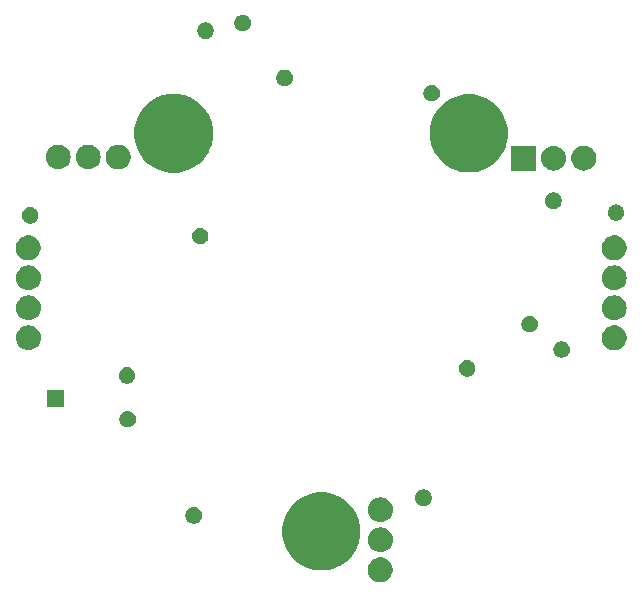
<source format=gbr>
G04 #@! TF.GenerationSoftware,KiCad,Pcbnew,(5.1.0)-1*
G04 #@! TF.CreationDate,2019-06-21T14:41:16-03:00*
G04 #@! TF.ProjectId,PCB_B,5043425f-422e-46b6-9963-61645f706362,rev?*
G04 #@! TF.SameCoordinates,Original*
G04 #@! TF.FileFunction,Soldermask,Bot*
G04 #@! TF.FilePolarity,Negative*
%FSLAX46Y46*%
G04 Gerber Fmt 4.6, Leading zero omitted, Abs format (unit mm)*
G04 Created by KiCad (PCBNEW (5.1.0)-1) date 2019-06-21 14:41:16*
%MOMM*%
%LPD*%
G04 APERTURE LIST*
%ADD10C,0.100000*%
G04 APERTURE END LIST*
D10*
G36*
X15125528Y-32408889D02*
G01*
X15303115Y-32444212D01*
X15494203Y-32523364D01*
X15666177Y-32638273D01*
X15812430Y-32784526D01*
X15927339Y-32956500D01*
X16006491Y-33147588D01*
X16046841Y-33350446D01*
X16046841Y-33557278D01*
X16006491Y-33760136D01*
X15927339Y-33951224D01*
X15812430Y-34123198D01*
X15666177Y-34269451D01*
X15494203Y-34384360D01*
X15303115Y-34463512D01*
X15125528Y-34498835D01*
X15100258Y-34503862D01*
X14893424Y-34503862D01*
X14868154Y-34498835D01*
X14690567Y-34463512D01*
X14499479Y-34384360D01*
X14327505Y-34269451D01*
X14181252Y-34123198D01*
X14066343Y-33951224D01*
X13987191Y-33760136D01*
X13946841Y-33557278D01*
X13946841Y-33350446D01*
X13987191Y-33147588D01*
X14066343Y-32956500D01*
X14181252Y-32784526D01*
X14327505Y-32638273D01*
X14499479Y-32523364D01*
X14690567Y-32444212D01*
X14868154Y-32408889D01*
X14893424Y-32403862D01*
X15100258Y-32403862D01*
X15125528Y-32408889D01*
X15125528Y-32408889D01*
G37*
G36*
X10643798Y-26963409D02*
G01*
X10962574Y-27026817D01*
X11563136Y-27275578D01*
X12103627Y-27636723D01*
X12563277Y-28096373D01*
X12924422Y-28636864D01*
X13173183Y-29237426D01*
X13300000Y-29874978D01*
X13300000Y-30525022D01*
X13173183Y-31162574D01*
X12924422Y-31763136D01*
X12563277Y-32303627D01*
X12103627Y-32763277D01*
X11563136Y-33124422D01*
X11563135Y-33124423D01*
X11563134Y-33124423D01*
X11507204Y-33147590D01*
X10962574Y-33373183D01*
X10643798Y-33436591D01*
X10325023Y-33500000D01*
X9674977Y-33500000D01*
X9356202Y-33436591D01*
X9037426Y-33373183D01*
X8492796Y-33147590D01*
X8436866Y-33124423D01*
X8436865Y-33124423D01*
X8436864Y-33124422D01*
X7896373Y-32763277D01*
X7436723Y-32303627D01*
X7075578Y-31763136D01*
X6826817Y-31162574D01*
X6700000Y-30525022D01*
X6700000Y-29874978D01*
X6826817Y-29237426D01*
X7075578Y-28636864D01*
X7436723Y-28096373D01*
X7896373Y-27636723D01*
X8436864Y-27275578D01*
X9037426Y-27026817D01*
X9356202Y-26963409D01*
X9674977Y-26900000D01*
X10325023Y-26900000D01*
X10643798Y-26963409D01*
X10643798Y-26963409D01*
G37*
G36*
X15125548Y-29871459D02*
G01*
X15202677Y-29879055D01*
X15400603Y-29939095D01*
X15400606Y-29939096D01*
X15583011Y-30036594D01*
X15742896Y-30167807D01*
X15874109Y-30327692D01*
X15971607Y-30510097D01*
X15971608Y-30510100D01*
X16031648Y-30708026D01*
X16051921Y-30913862D01*
X16031648Y-31119698D01*
X15971608Y-31317624D01*
X15971607Y-31317627D01*
X15874109Y-31500032D01*
X15742896Y-31659917D01*
X15583011Y-31791130D01*
X15400606Y-31888628D01*
X15400603Y-31888629D01*
X15202677Y-31948669D01*
X15125548Y-31956265D01*
X15048421Y-31963862D01*
X14945261Y-31963862D01*
X14868134Y-31956265D01*
X14791005Y-31948669D01*
X14593079Y-31888629D01*
X14593076Y-31888628D01*
X14410671Y-31791130D01*
X14250786Y-31659917D01*
X14119573Y-31500032D01*
X14022075Y-31317627D01*
X14022074Y-31317624D01*
X13962034Y-31119698D01*
X13941761Y-30913862D01*
X13962034Y-30708026D01*
X14022074Y-30510100D01*
X14022075Y-30510097D01*
X14119573Y-30327692D01*
X14250786Y-30167807D01*
X14410671Y-30036594D01*
X14593076Y-29939096D01*
X14593079Y-29939095D01*
X14791005Y-29879055D01*
X14868134Y-29871459D01*
X14945261Y-29863862D01*
X15048421Y-29863862D01*
X15125548Y-29871459D01*
X15125548Y-29871459D01*
G37*
G36*
X-595818Y-28176900D02*
G01*
X-468427Y-28229667D01*
X-468426Y-28229668D01*
X-353776Y-28306274D01*
X-256274Y-28403776D01*
X-256273Y-28403778D01*
X-179667Y-28518427D01*
X-126900Y-28645818D01*
X-100000Y-28781055D01*
X-100000Y-28918945D01*
X-126900Y-29054182D01*
X-179667Y-29181573D01*
X-179668Y-29181574D01*
X-256274Y-29296224D01*
X-353776Y-29393726D01*
X-376140Y-29408669D01*
X-468427Y-29470333D01*
X-595818Y-29523100D01*
X-731055Y-29550000D01*
X-868945Y-29550000D01*
X-1004182Y-29523100D01*
X-1131573Y-29470333D01*
X-1223860Y-29408669D01*
X-1246224Y-29393726D01*
X-1343726Y-29296224D01*
X-1420332Y-29181574D01*
X-1420333Y-29181573D01*
X-1473100Y-29054182D01*
X-1500000Y-28918945D01*
X-1500000Y-28781055D01*
X-1473100Y-28645818D01*
X-1420333Y-28518427D01*
X-1343727Y-28403778D01*
X-1343726Y-28403776D01*
X-1246224Y-28306274D01*
X-1131574Y-28229668D01*
X-1131573Y-28229667D01*
X-1004182Y-28176900D01*
X-868945Y-28150000D01*
X-731055Y-28150000D01*
X-595818Y-28176900D01*
X-595818Y-28176900D01*
G37*
G36*
X15125548Y-27331459D02*
G01*
X15202677Y-27339055D01*
X15400603Y-27399095D01*
X15400606Y-27399096D01*
X15583011Y-27496594D01*
X15742896Y-27627807D01*
X15874109Y-27787692D01*
X15971607Y-27970097D01*
X15971608Y-27970100D01*
X16031648Y-28168026D01*
X16051921Y-28373862D01*
X16031648Y-28579698D01*
X15971608Y-28777624D01*
X15971607Y-28777627D01*
X15874109Y-28960032D01*
X15742896Y-29119917D01*
X15583011Y-29251130D01*
X15400606Y-29348628D01*
X15400603Y-29348629D01*
X15202677Y-29408669D01*
X15125548Y-29416265D01*
X15048421Y-29423862D01*
X14945261Y-29423862D01*
X14868134Y-29416265D01*
X14791005Y-29408669D01*
X14593079Y-29348629D01*
X14593076Y-29348628D01*
X14410671Y-29251130D01*
X14250786Y-29119917D01*
X14119573Y-28960032D01*
X14022075Y-28777627D01*
X14022074Y-28777624D01*
X13962034Y-28579698D01*
X13941761Y-28373862D01*
X13962034Y-28168026D01*
X14022074Y-27970100D01*
X14022075Y-27970097D01*
X14119573Y-27787692D01*
X14250786Y-27627807D01*
X14410671Y-27496594D01*
X14593076Y-27399096D01*
X14593079Y-27399095D01*
X14791005Y-27339055D01*
X14868134Y-27331459D01*
X14945261Y-27323862D01*
X15048421Y-27323862D01*
X15125548Y-27331459D01*
X15125548Y-27331459D01*
G37*
G36*
X18854182Y-26676900D02*
G01*
X18981573Y-26729667D01*
X18981574Y-26729668D01*
X19096224Y-26806274D01*
X19193726Y-26903776D01*
X19193727Y-26903778D01*
X19270333Y-27018427D01*
X19323100Y-27145818D01*
X19350000Y-27281055D01*
X19350000Y-27418945D01*
X19323100Y-27554182D01*
X19270333Y-27681573D01*
X19270332Y-27681574D01*
X19193726Y-27796224D01*
X19096224Y-27893726D01*
X19038510Y-27932289D01*
X18981573Y-27970333D01*
X18854182Y-28023100D01*
X18718945Y-28050000D01*
X18581055Y-28050000D01*
X18445818Y-28023100D01*
X18318427Y-27970333D01*
X18261490Y-27932289D01*
X18203776Y-27893726D01*
X18106274Y-27796224D01*
X18029668Y-27681574D01*
X18029667Y-27681573D01*
X17976900Y-27554182D01*
X17950000Y-27418945D01*
X17950000Y-27281055D01*
X17976900Y-27145818D01*
X18029667Y-27018427D01*
X18106273Y-26903778D01*
X18106274Y-26903776D01*
X18203776Y-26806274D01*
X18318426Y-26729668D01*
X18318427Y-26729667D01*
X18445818Y-26676900D01*
X18581055Y-26650000D01*
X18718945Y-26650000D01*
X18854182Y-26676900D01*
X18854182Y-26676900D01*
G37*
G36*
X-6195818Y-20026900D02*
G01*
X-6068427Y-20079667D01*
X-6068426Y-20079668D01*
X-5953776Y-20156274D01*
X-5856274Y-20253776D01*
X-5856273Y-20253778D01*
X-5779667Y-20368427D01*
X-5726900Y-20495818D01*
X-5700000Y-20631055D01*
X-5700000Y-20768945D01*
X-5726900Y-20904182D01*
X-5779667Y-21031573D01*
X-5779668Y-21031574D01*
X-5856274Y-21146224D01*
X-5953776Y-21243726D01*
X-6011490Y-21282289D01*
X-6068427Y-21320333D01*
X-6195818Y-21373100D01*
X-6331055Y-21400000D01*
X-6468945Y-21400000D01*
X-6604182Y-21373100D01*
X-6731573Y-21320333D01*
X-6788510Y-21282289D01*
X-6846224Y-21243726D01*
X-6943726Y-21146224D01*
X-7020332Y-21031574D01*
X-7020333Y-21031573D01*
X-7073100Y-20904182D01*
X-7100000Y-20768945D01*
X-7100000Y-20631055D01*
X-7073100Y-20495818D01*
X-7020333Y-20368427D01*
X-6943727Y-20253778D01*
X-6943726Y-20253776D01*
X-6846224Y-20156274D01*
X-6731574Y-20079668D01*
X-6731573Y-20079667D01*
X-6604182Y-20026900D01*
X-6468945Y-20000000D01*
X-6331055Y-20000000D01*
X-6195818Y-20026900D01*
X-6195818Y-20026900D01*
G37*
G36*
X-11800000Y-19650000D02*
G01*
X-13200000Y-19650000D01*
X-13200000Y-18250000D01*
X-11800000Y-18250000D01*
X-11800000Y-19650000D01*
X-11800000Y-19650000D01*
G37*
G36*
X-6245818Y-16326900D02*
G01*
X-6118427Y-16379667D01*
X-6118426Y-16379668D01*
X-6003776Y-16456274D01*
X-5906274Y-16553776D01*
X-5906273Y-16553778D01*
X-5829667Y-16668427D01*
X-5776900Y-16795818D01*
X-5750000Y-16931055D01*
X-5750000Y-17068945D01*
X-5776900Y-17204182D01*
X-5829667Y-17331573D01*
X-5829668Y-17331574D01*
X-5906274Y-17446224D01*
X-6003776Y-17543726D01*
X-6061490Y-17582289D01*
X-6118427Y-17620333D01*
X-6245818Y-17673100D01*
X-6381055Y-17700000D01*
X-6518945Y-17700000D01*
X-6654182Y-17673100D01*
X-6781573Y-17620333D01*
X-6838510Y-17582289D01*
X-6896224Y-17543726D01*
X-6993726Y-17446224D01*
X-7070332Y-17331574D01*
X-7070333Y-17331573D01*
X-7123100Y-17204182D01*
X-7150000Y-17068945D01*
X-7150000Y-16931055D01*
X-7123100Y-16795818D01*
X-7070333Y-16668427D01*
X-6993727Y-16553778D01*
X-6993726Y-16553776D01*
X-6896224Y-16456274D01*
X-6781574Y-16379668D01*
X-6781573Y-16379667D01*
X-6654182Y-16326900D01*
X-6518945Y-16300000D01*
X-6381055Y-16300000D01*
X-6245818Y-16326900D01*
X-6245818Y-16326900D01*
G37*
G36*
X22554182Y-15726900D02*
G01*
X22681573Y-15779667D01*
X22681574Y-15779668D01*
X22796224Y-15856274D01*
X22893726Y-15953776D01*
X22893727Y-15953778D01*
X22970333Y-16068427D01*
X23023100Y-16195818D01*
X23050000Y-16331055D01*
X23050000Y-16468945D01*
X23023100Y-16604182D01*
X22970333Y-16731573D01*
X22970332Y-16731574D01*
X22893726Y-16846224D01*
X22796224Y-16943726D01*
X22738510Y-16982289D01*
X22681573Y-17020333D01*
X22554182Y-17073100D01*
X22418945Y-17100000D01*
X22281055Y-17100000D01*
X22145818Y-17073100D01*
X22018427Y-17020333D01*
X21961490Y-16982289D01*
X21903776Y-16943726D01*
X21806274Y-16846224D01*
X21729668Y-16731574D01*
X21729667Y-16731573D01*
X21676900Y-16604182D01*
X21650000Y-16468945D01*
X21650000Y-16331055D01*
X21676900Y-16195818D01*
X21729667Y-16068427D01*
X21806273Y-15953778D01*
X21806274Y-15953776D01*
X21903776Y-15856274D01*
X22018426Y-15779668D01*
X22018427Y-15779667D01*
X22145818Y-15726900D01*
X22281055Y-15700000D01*
X22418945Y-15700000D01*
X22554182Y-15726900D01*
X22554182Y-15726900D01*
G37*
G36*
X30554182Y-14126900D02*
G01*
X30681573Y-14179667D01*
X30681574Y-14179668D01*
X30796224Y-14256274D01*
X30893726Y-14353776D01*
X30922053Y-14396171D01*
X30970333Y-14468427D01*
X31023100Y-14595818D01*
X31050000Y-14731055D01*
X31050000Y-14868945D01*
X31023100Y-15004182D01*
X30970333Y-15131573D01*
X30970332Y-15131574D01*
X30893726Y-15246224D01*
X30796224Y-15343726D01*
X30738510Y-15382289D01*
X30681573Y-15420333D01*
X30554182Y-15473100D01*
X30418945Y-15500000D01*
X30281055Y-15500000D01*
X30145818Y-15473100D01*
X30018427Y-15420333D01*
X29961490Y-15382289D01*
X29903776Y-15343726D01*
X29806274Y-15246224D01*
X29729668Y-15131574D01*
X29729667Y-15131573D01*
X29676900Y-15004182D01*
X29650000Y-14868945D01*
X29650000Y-14731055D01*
X29676900Y-14595818D01*
X29729667Y-14468427D01*
X29777947Y-14396171D01*
X29806274Y-14353776D01*
X29903776Y-14256274D01*
X30018426Y-14179668D01*
X30018427Y-14179667D01*
X30145818Y-14126900D01*
X30281055Y-14100000D01*
X30418945Y-14100000D01*
X30554182Y-14126900D01*
X30554182Y-14126900D01*
G37*
G36*
X-14671293Y-12767596D02*
G01*
X-14594164Y-12775193D01*
X-14396238Y-12835233D01*
X-14396235Y-12835234D01*
X-14213830Y-12932732D01*
X-14053945Y-13063945D01*
X-13922732Y-13223830D01*
X-13825234Y-13406235D01*
X-13825233Y-13406238D01*
X-13765193Y-13604164D01*
X-13744920Y-13810000D01*
X-13765193Y-14015836D01*
X-13814891Y-14179668D01*
X-13825234Y-14213765D01*
X-13922732Y-14396170D01*
X-14053945Y-14556055D01*
X-14213830Y-14687268D01*
X-14396235Y-14784766D01*
X-14396238Y-14784767D01*
X-14594164Y-14844807D01*
X-14671293Y-14852403D01*
X-14748420Y-14860000D01*
X-14851580Y-14860000D01*
X-14928707Y-14852403D01*
X-15005836Y-14844807D01*
X-15203762Y-14784767D01*
X-15203765Y-14784766D01*
X-15386170Y-14687268D01*
X-15546055Y-14556055D01*
X-15677268Y-14396170D01*
X-15774766Y-14213765D01*
X-15785109Y-14179668D01*
X-15834807Y-14015836D01*
X-15855080Y-13810000D01*
X-15834807Y-13604164D01*
X-15774767Y-13406238D01*
X-15774766Y-13406235D01*
X-15677268Y-13223830D01*
X-15546055Y-13063945D01*
X-15386170Y-12932732D01*
X-15203765Y-12835234D01*
X-15203762Y-12835233D01*
X-15005836Y-12775193D01*
X-14928707Y-12767597D01*
X-14851580Y-12760000D01*
X-14748420Y-12760000D01*
X-14671293Y-12767596D01*
X-14671293Y-12767596D01*
G37*
G36*
X34928687Y-12765027D02*
G01*
X35106274Y-12800350D01*
X35297362Y-12879502D01*
X35469336Y-12994411D01*
X35615589Y-13140664D01*
X35730498Y-13312638D01*
X35809650Y-13503726D01*
X35850000Y-13706584D01*
X35850000Y-13913416D01*
X35809650Y-14116274D01*
X35730498Y-14307362D01*
X35615589Y-14479336D01*
X35469336Y-14625589D01*
X35297362Y-14740498D01*
X35106274Y-14819650D01*
X34928687Y-14854973D01*
X34903417Y-14860000D01*
X34696583Y-14860000D01*
X34671313Y-14854973D01*
X34493726Y-14819650D01*
X34302638Y-14740498D01*
X34130664Y-14625589D01*
X33984411Y-14479336D01*
X33869502Y-14307362D01*
X33790350Y-14116274D01*
X33750000Y-13913416D01*
X33750000Y-13706584D01*
X33790350Y-13503726D01*
X33869502Y-13312638D01*
X33984411Y-13140664D01*
X34130664Y-12994411D01*
X34302638Y-12879502D01*
X34493726Y-12800350D01*
X34671313Y-12765027D01*
X34696583Y-12760000D01*
X34903417Y-12760000D01*
X34928687Y-12765027D01*
X34928687Y-12765027D01*
G37*
G36*
X27854182Y-11976900D02*
G01*
X27981573Y-12029667D01*
X27981574Y-12029668D01*
X28096224Y-12106274D01*
X28193726Y-12203776D01*
X28193727Y-12203778D01*
X28270333Y-12318427D01*
X28323100Y-12445818D01*
X28350000Y-12581055D01*
X28350000Y-12718945D01*
X28323100Y-12854182D01*
X28270333Y-12981573D01*
X28270332Y-12981574D01*
X28193726Y-13096224D01*
X28096224Y-13193726D01*
X28051171Y-13223829D01*
X27981573Y-13270333D01*
X27854182Y-13323100D01*
X27718945Y-13350000D01*
X27581055Y-13350000D01*
X27445818Y-13323100D01*
X27318427Y-13270333D01*
X27248829Y-13223829D01*
X27203776Y-13193726D01*
X27106274Y-13096224D01*
X27029668Y-12981574D01*
X27029667Y-12981573D01*
X26976900Y-12854182D01*
X26950000Y-12718945D01*
X26950000Y-12581055D01*
X26976900Y-12445818D01*
X27029667Y-12318427D01*
X27106273Y-12203778D01*
X27106274Y-12203776D01*
X27203776Y-12106274D01*
X27318426Y-12029668D01*
X27318427Y-12029667D01*
X27445818Y-11976900D01*
X27581055Y-11950000D01*
X27718945Y-11950000D01*
X27854182Y-11976900D01*
X27854182Y-11976900D01*
G37*
G36*
X34928707Y-10227597D02*
G01*
X35005836Y-10235193D01*
X35203762Y-10295233D01*
X35203765Y-10295234D01*
X35386170Y-10392732D01*
X35546055Y-10523945D01*
X35677268Y-10683830D01*
X35774766Y-10866235D01*
X35774767Y-10866238D01*
X35834807Y-11064164D01*
X35855080Y-11270000D01*
X35834807Y-11475836D01*
X35774767Y-11673762D01*
X35774766Y-11673765D01*
X35677268Y-11856170D01*
X35546055Y-12016055D01*
X35386170Y-12147268D01*
X35203765Y-12244766D01*
X35203762Y-12244767D01*
X35005836Y-12304807D01*
X34928707Y-12312403D01*
X34851580Y-12320000D01*
X34748420Y-12320000D01*
X34671293Y-12312403D01*
X34594164Y-12304807D01*
X34396238Y-12244767D01*
X34396235Y-12244766D01*
X34213830Y-12147268D01*
X34053945Y-12016055D01*
X33922732Y-11856170D01*
X33825234Y-11673765D01*
X33825233Y-11673762D01*
X33765193Y-11475836D01*
X33744920Y-11270000D01*
X33765193Y-11064164D01*
X33825233Y-10866238D01*
X33825234Y-10866235D01*
X33922732Y-10683830D01*
X34053945Y-10523945D01*
X34213830Y-10392732D01*
X34396235Y-10295234D01*
X34396238Y-10295233D01*
X34594164Y-10235193D01*
X34671293Y-10227596D01*
X34748420Y-10220000D01*
X34851580Y-10220000D01*
X34928707Y-10227597D01*
X34928707Y-10227597D01*
G37*
G36*
X-14671293Y-10227597D02*
G01*
X-14594164Y-10235193D01*
X-14396238Y-10295233D01*
X-14396235Y-10295234D01*
X-14213830Y-10392732D01*
X-14053945Y-10523945D01*
X-13922732Y-10683830D01*
X-13825234Y-10866235D01*
X-13825233Y-10866238D01*
X-13765193Y-11064164D01*
X-13744920Y-11270000D01*
X-13765193Y-11475836D01*
X-13825233Y-11673762D01*
X-13825234Y-11673765D01*
X-13922732Y-11856170D01*
X-14053945Y-12016055D01*
X-14213830Y-12147268D01*
X-14396235Y-12244766D01*
X-14396238Y-12244767D01*
X-14594164Y-12304807D01*
X-14671293Y-12312403D01*
X-14748420Y-12320000D01*
X-14851580Y-12320000D01*
X-14928707Y-12312403D01*
X-15005836Y-12304807D01*
X-15203762Y-12244767D01*
X-15203765Y-12244766D01*
X-15386170Y-12147268D01*
X-15546055Y-12016055D01*
X-15677268Y-11856170D01*
X-15774766Y-11673765D01*
X-15774767Y-11673762D01*
X-15834807Y-11475836D01*
X-15855080Y-11270000D01*
X-15834807Y-11064164D01*
X-15774767Y-10866238D01*
X-15774766Y-10866235D01*
X-15677268Y-10683830D01*
X-15546055Y-10523945D01*
X-15386170Y-10392732D01*
X-15203765Y-10295234D01*
X-15203762Y-10295233D01*
X-15005836Y-10235193D01*
X-14928707Y-10227597D01*
X-14851580Y-10220000D01*
X-14748420Y-10220000D01*
X-14671293Y-10227597D01*
X-14671293Y-10227597D01*
G37*
G36*
X34928707Y-7687596D02*
G01*
X35005836Y-7695193D01*
X35203762Y-7755233D01*
X35203765Y-7755234D01*
X35386170Y-7852732D01*
X35546055Y-7983945D01*
X35677268Y-8143830D01*
X35774766Y-8326235D01*
X35774767Y-8326238D01*
X35834807Y-8524164D01*
X35855080Y-8730000D01*
X35834807Y-8935836D01*
X35774767Y-9133762D01*
X35774766Y-9133765D01*
X35677268Y-9316170D01*
X35546055Y-9476055D01*
X35386170Y-9607268D01*
X35203765Y-9704766D01*
X35203762Y-9704767D01*
X35005836Y-9764807D01*
X34928707Y-9772404D01*
X34851580Y-9780000D01*
X34748420Y-9780000D01*
X34671293Y-9772404D01*
X34594164Y-9764807D01*
X34396238Y-9704767D01*
X34396235Y-9704766D01*
X34213830Y-9607268D01*
X34053945Y-9476055D01*
X33922732Y-9316170D01*
X33825234Y-9133765D01*
X33825233Y-9133762D01*
X33765193Y-8935836D01*
X33744920Y-8730000D01*
X33765193Y-8524164D01*
X33825233Y-8326238D01*
X33825234Y-8326235D01*
X33922732Y-8143830D01*
X34053945Y-7983945D01*
X34213830Y-7852732D01*
X34396235Y-7755234D01*
X34396238Y-7755233D01*
X34594164Y-7695193D01*
X34671293Y-7687596D01*
X34748420Y-7680000D01*
X34851580Y-7680000D01*
X34928707Y-7687596D01*
X34928707Y-7687596D01*
G37*
G36*
X-14671293Y-7687596D02*
G01*
X-14594164Y-7695193D01*
X-14396238Y-7755233D01*
X-14396235Y-7755234D01*
X-14213830Y-7852732D01*
X-14053945Y-7983945D01*
X-13922732Y-8143830D01*
X-13825234Y-8326235D01*
X-13825233Y-8326238D01*
X-13765193Y-8524164D01*
X-13744920Y-8730000D01*
X-13765193Y-8935836D01*
X-13825233Y-9133762D01*
X-13825234Y-9133765D01*
X-13922732Y-9316170D01*
X-14053945Y-9476055D01*
X-14213830Y-9607268D01*
X-14396235Y-9704766D01*
X-14396238Y-9704767D01*
X-14594164Y-9764807D01*
X-14671293Y-9772404D01*
X-14748420Y-9780000D01*
X-14851580Y-9780000D01*
X-14928707Y-9772404D01*
X-15005836Y-9764807D01*
X-15203762Y-9704767D01*
X-15203765Y-9704766D01*
X-15386170Y-9607268D01*
X-15546055Y-9476055D01*
X-15677268Y-9316170D01*
X-15774766Y-9133765D01*
X-15774767Y-9133762D01*
X-15834807Y-8935836D01*
X-15855080Y-8730000D01*
X-15834807Y-8524164D01*
X-15774767Y-8326238D01*
X-15774766Y-8326235D01*
X-15677268Y-8143830D01*
X-15546055Y-7983945D01*
X-15386170Y-7852732D01*
X-15203765Y-7755234D01*
X-15203762Y-7755233D01*
X-15005836Y-7695193D01*
X-14928707Y-7687596D01*
X-14851580Y-7680000D01*
X-14748420Y-7680000D01*
X-14671293Y-7687596D01*
X-14671293Y-7687596D01*
G37*
G36*
X-14671313Y-5145027D02*
G01*
X-14493726Y-5180350D01*
X-14302638Y-5259502D01*
X-14130664Y-5374411D01*
X-13984411Y-5520664D01*
X-13869502Y-5692638D01*
X-13790350Y-5883726D01*
X-13750000Y-6086584D01*
X-13750000Y-6293416D01*
X-13790350Y-6496274D01*
X-13869502Y-6687362D01*
X-13984411Y-6859336D01*
X-14130664Y-7005589D01*
X-14302638Y-7120498D01*
X-14493726Y-7199650D01*
X-14671313Y-7234973D01*
X-14696583Y-7240000D01*
X-14903417Y-7240000D01*
X-14928687Y-7234973D01*
X-15106274Y-7199650D01*
X-15297362Y-7120498D01*
X-15469336Y-7005589D01*
X-15615589Y-6859336D01*
X-15730498Y-6687362D01*
X-15809650Y-6496274D01*
X-15850000Y-6293416D01*
X-15850000Y-6086584D01*
X-15809650Y-5883726D01*
X-15730498Y-5692638D01*
X-15615589Y-5520664D01*
X-15469336Y-5374411D01*
X-15297362Y-5259502D01*
X-15106274Y-5180350D01*
X-14928687Y-5145027D01*
X-14903417Y-5140000D01*
X-14696583Y-5140000D01*
X-14671313Y-5145027D01*
X-14671313Y-5145027D01*
G37*
G36*
X34928687Y-5145027D02*
G01*
X35106274Y-5180350D01*
X35297362Y-5259502D01*
X35469336Y-5374411D01*
X35615589Y-5520664D01*
X35730498Y-5692638D01*
X35809650Y-5883726D01*
X35850000Y-6086584D01*
X35850000Y-6293416D01*
X35809650Y-6496274D01*
X35730498Y-6687362D01*
X35615589Y-6859336D01*
X35469336Y-7005589D01*
X35297362Y-7120498D01*
X35106274Y-7199650D01*
X34928687Y-7234973D01*
X34903417Y-7240000D01*
X34696583Y-7240000D01*
X34671313Y-7234973D01*
X34493726Y-7199650D01*
X34302638Y-7120498D01*
X34130664Y-7005589D01*
X33984411Y-6859336D01*
X33869502Y-6687362D01*
X33790350Y-6496274D01*
X33750000Y-6293416D01*
X33750000Y-6086584D01*
X33790350Y-5883726D01*
X33869502Y-5692638D01*
X33984411Y-5520664D01*
X34130664Y-5374411D01*
X34302638Y-5259502D01*
X34493726Y-5180350D01*
X34671313Y-5145027D01*
X34696583Y-5140000D01*
X34903417Y-5140000D01*
X34928687Y-5145027D01*
X34928687Y-5145027D01*
G37*
G36*
X-45818Y-4526900D02*
G01*
X81573Y-4579667D01*
X81574Y-4579668D01*
X196224Y-4656274D01*
X293726Y-4753776D01*
X293727Y-4753778D01*
X370333Y-4868427D01*
X423100Y-4995818D01*
X450000Y-5131055D01*
X450000Y-5268945D01*
X423100Y-5404182D01*
X370333Y-5531573D01*
X370332Y-5531574D01*
X293726Y-5646224D01*
X196224Y-5743726D01*
X138510Y-5782289D01*
X81573Y-5820333D01*
X-45818Y-5873100D01*
X-181055Y-5900000D01*
X-318945Y-5900000D01*
X-454182Y-5873100D01*
X-581573Y-5820333D01*
X-638510Y-5782289D01*
X-696224Y-5743726D01*
X-793726Y-5646224D01*
X-870332Y-5531574D01*
X-870333Y-5531573D01*
X-923100Y-5404182D01*
X-950000Y-5268945D01*
X-950000Y-5131055D01*
X-923100Y-4995818D01*
X-870333Y-4868427D01*
X-793727Y-4753778D01*
X-793726Y-4753776D01*
X-696224Y-4656274D01*
X-581574Y-4579668D01*
X-581573Y-4579667D01*
X-454182Y-4526900D01*
X-318945Y-4500000D01*
X-181055Y-4500000D01*
X-45818Y-4526900D01*
X-45818Y-4526900D01*
G37*
G36*
X-14445818Y-2776900D02*
G01*
X-14318427Y-2829667D01*
X-14318426Y-2829668D01*
X-14203776Y-2906274D01*
X-14106274Y-3003776D01*
X-14106273Y-3003778D01*
X-14029667Y-3118427D01*
X-13976900Y-3245818D01*
X-13950000Y-3381055D01*
X-13950000Y-3518945D01*
X-13976900Y-3654182D01*
X-14029667Y-3781573D01*
X-14029668Y-3781574D01*
X-14106274Y-3896224D01*
X-14203776Y-3993726D01*
X-14261490Y-4032289D01*
X-14318427Y-4070333D01*
X-14445818Y-4123100D01*
X-14581055Y-4150000D01*
X-14718945Y-4150000D01*
X-14854182Y-4123100D01*
X-14981573Y-4070333D01*
X-15038510Y-4032289D01*
X-15096224Y-3993726D01*
X-15193726Y-3896224D01*
X-15270332Y-3781574D01*
X-15270333Y-3781573D01*
X-15323100Y-3654182D01*
X-15350000Y-3518945D01*
X-15350000Y-3381055D01*
X-15323100Y-3245818D01*
X-15270333Y-3118427D01*
X-15193727Y-3003778D01*
X-15193726Y-3003776D01*
X-15096224Y-2906274D01*
X-14981574Y-2829668D01*
X-14981573Y-2829667D01*
X-14854182Y-2776900D01*
X-14718945Y-2750000D01*
X-14581055Y-2750000D01*
X-14445818Y-2776900D01*
X-14445818Y-2776900D01*
G37*
G36*
X35154582Y-2527300D02*
G01*
X35281973Y-2580067D01*
X35281974Y-2580068D01*
X35396624Y-2656674D01*
X35494126Y-2754176D01*
X35509310Y-2776901D01*
X35570733Y-2868827D01*
X35623500Y-2996218D01*
X35650400Y-3131455D01*
X35650400Y-3269345D01*
X35623500Y-3404582D01*
X35570733Y-3531973D01*
X35570732Y-3531974D01*
X35494126Y-3646624D01*
X35396624Y-3744126D01*
X35340580Y-3781573D01*
X35281973Y-3820733D01*
X35154582Y-3873500D01*
X35019345Y-3900400D01*
X34881455Y-3900400D01*
X34746218Y-3873500D01*
X34618827Y-3820733D01*
X34560220Y-3781573D01*
X34504176Y-3744126D01*
X34406674Y-3646624D01*
X34330068Y-3531974D01*
X34330067Y-3531973D01*
X34277300Y-3404582D01*
X34250400Y-3269345D01*
X34250400Y-3131455D01*
X34277300Y-2996218D01*
X34330067Y-2868827D01*
X34391490Y-2776901D01*
X34406674Y-2754176D01*
X34504176Y-2656674D01*
X34618826Y-2580068D01*
X34618827Y-2580067D01*
X34746218Y-2527300D01*
X34881455Y-2500400D01*
X35019345Y-2500400D01*
X35154582Y-2527300D01*
X35154582Y-2527300D01*
G37*
G36*
X29854182Y-1526900D02*
G01*
X29981573Y-1579667D01*
X29981574Y-1579668D01*
X30096224Y-1656274D01*
X30193726Y-1753776D01*
X30193727Y-1753778D01*
X30270333Y-1868427D01*
X30323100Y-1995818D01*
X30350000Y-2131055D01*
X30350000Y-2268945D01*
X30323100Y-2404182D01*
X30270333Y-2531573D01*
X30270332Y-2531574D01*
X30193726Y-2646224D01*
X30096224Y-2743726D01*
X30086834Y-2750000D01*
X29981573Y-2820333D01*
X29854182Y-2873100D01*
X29718945Y-2900000D01*
X29581055Y-2900000D01*
X29445818Y-2873100D01*
X29318427Y-2820333D01*
X29213166Y-2750000D01*
X29203776Y-2743726D01*
X29106274Y-2646224D01*
X29029668Y-2531574D01*
X29029667Y-2531573D01*
X28976900Y-2404182D01*
X28950000Y-2268945D01*
X28950000Y-2131055D01*
X28976900Y-1995818D01*
X29029667Y-1868427D01*
X29106273Y-1753778D01*
X29106274Y-1753776D01*
X29203776Y-1656274D01*
X29318426Y-1579668D01*
X29318427Y-1579667D01*
X29445818Y-1526900D01*
X29581055Y-1500000D01*
X29718945Y-1500000D01*
X29854182Y-1526900D01*
X29854182Y-1526900D01*
G37*
G36*
X-1522842Y6721262D02*
G01*
X-913182Y6468732D01*
X-913180Y6468731D01*
X-846867Y6424422D01*
X-364500Y6102115D01*
X102115Y5635500D01*
X468732Y5086818D01*
X721262Y4477158D01*
X850000Y3829948D01*
X850000Y3170052D01*
X721262Y2522842D01*
X533761Y2070176D01*
X468731Y1913180D01*
X102115Y1364500D01*
X-364500Y897885D01*
X-913180Y531269D01*
X-913181Y531268D01*
X-913182Y531268D01*
X-1522842Y278738D01*
X-2170052Y150000D01*
X-2829948Y150000D01*
X-3477158Y278738D01*
X-4086818Y531268D01*
X-4086819Y531268D01*
X-4086820Y531269D01*
X-4635500Y897885D01*
X-5102115Y1364500D01*
X-5468731Y1913180D01*
X-5533761Y2070176D01*
X-5721262Y2522842D01*
X-5850000Y3170052D01*
X-5850000Y3829948D01*
X-5721262Y4477158D01*
X-5468732Y5086818D01*
X-5102115Y5635500D01*
X-4635500Y6102115D01*
X-4153133Y6424422D01*
X-4086820Y6468731D01*
X-4086818Y6468732D01*
X-3477158Y6721262D01*
X-2829948Y6850000D01*
X-2170052Y6850000D01*
X-1522842Y6721262D01*
X-1522842Y6721262D01*
G37*
G36*
X23143798Y6736592D02*
G01*
X23462574Y6673183D01*
X23887234Y6497283D01*
X23992265Y6453778D01*
X24063136Y6424422D01*
X24603627Y6063277D01*
X25063277Y5603627D01*
X25424422Y5063136D01*
X25673183Y4462574D01*
X25800000Y3825022D01*
X25800000Y3174978D01*
X25673183Y2537426D01*
X25607191Y2378108D01*
X25449830Y1998203D01*
X25424422Y1936864D01*
X25063277Y1396373D01*
X24603627Y936723D01*
X24063136Y575578D01*
X23462574Y326817D01*
X23143798Y263408D01*
X22825023Y200000D01*
X22174977Y200000D01*
X21856202Y263408D01*
X21537426Y326817D01*
X20936864Y575578D01*
X20396373Y936723D01*
X19936723Y1396373D01*
X19575578Y1936864D01*
X19550171Y1998203D01*
X19392809Y2378108D01*
X19326817Y2537426D01*
X19200000Y3174978D01*
X19200000Y3825022D01*
X19326817Y4462574D01*
X19575578Y5063136D01*
X19936723Y5603627D01*
X20396373Y6063277D01*
X20936864Y6424422D01*
X21007736Y6453778D01*
X21112766Y6497283D01*
X21537426Y6673183D01*
X21856202Y6736592D01*
X22174977Y6800000D01*
X22825023Y6800000D01*
X23143798Y6736592D01*
X23143798Y6736592D01*
G37*
G36*
X32340949Y2445814D02*
G01*
X32518536Y2410491D01*
X32709624Y2331339D01*
X32881598Y2216430D01*
X33027851Y2070177D01*
X33142760Y1898203D01*
X33221912Y1707115D01*
X33262262Y1504257D01*
X33262262Y1297425D01*
X33221912Y1094567D01*
X33142760Y903479D01*
X33027851Y731505D01*
X32881598Y585252D01*
X32709624Y470343D01*
X32518536Y391191D01*
X32340949Y355868D01*
X32315679Y350841D01*
X32108845Y350841D01*
X32083575Y355868D01*
X31905988Y391191D01*
X31714900Y470343D01*
X31542926Y585252D01*
X31396673Y731505D01*
X31281764Y903479D01*
X31202612Y1094567D01*
X31162262Y1297425D01*
X31162262Y1504257D01*
X31202612Y1707115D01*
X31281764Y1898203D01*
X31396673Y2070177D01*
X31542926Y2216430D01*
X31714900Y2331339D01*
X31905988Y2410491D01*
X32083575Y2445814D01*
X32108845Y2450841D01*
X32315679Y2450841D01*
X32340949Y2445814D01*
X32340949Y2445814D01*
G37*
G36*
X28182262Y350841D02*
G01*
X26082262Y350841D01*
X26082262Y2450841D01*
X28182262Y2450841D01*
X28182262Y350841D01*
X28182262Y350841D01*
G37*
G36*
X29800969Y2443245D02*
G01*
X29878098Y2435648D01*
X30076024Y2375608D01*
X30076027Y2375607D01*
X30258432Y2278109D01*
X30418317Y2146896D01*
X30549530Y1987011D01*
X30647028Y1804606D01*
X30647029Y1804603D01*
X30707069Y1606677D01*
X30727342Y1400841D01*
X30707069Y1195005D01*
X30648971Y1003481D01*
X30647028Y997076D01*
X30549530Y814671D01*
X30418317Y654786D01*
X30258432Y523573D01*
X30076027Y426075D01*
X30076024Y426074D01*
X29878098Y366034D01*
X29800969Y358437D01*
X29723842Y350841D01*
X29620682Y350841D01*
X29543555Y358437D01*
X29466426Y366034D01*
X29268500Y426074D01*
X29268497Y426075D01*
X29086092Y523573D01*
X28926207Y654786D01*
X28794994Y814671D01*
X28697496Y997076D01*
X28695553Y1003481D01*
X28637455Y1195005D01*
X28617182Y1400841D01*
X28637455Y1606677D01*
X28697495Y1804603D01*
X28697496Y1804606D01*
X28794994Y1987011D01*
X28926207Y2146896D01*
X29086092Y2278109D01*
X29268497Y2375607D01*
X29268500Y2375608D01*
X29466426Y2435648D01*
X29543555Y2443244D01*
X29620682Y2450841D01*
X29723842Y2450841D01*
X29800969Y2443245D01*
X29800969Y2443245D01*
G37*
G36*
X-12139031Y2543244D02*
G01*
X-12061902Y2535648D01*
X-11863976Y2475608D01*
X-11863973Y2475607D01*
X-11681568Y2378109D01*
X-11521683Y2246896D01*
X-11390470Y2087011D01*
X-11292972Y1904606D01*
X-11292971Y1904603D01*
X-11232931Y1706677D01*
X-11212658Y1500841D01*
X-11232931Y1295005D01*
X-11292971Y1097079D01*
X-11292972Y1097076D01*
X-11390470Y914671D01*
X-11521683Y754786D01*
X-11681568Y623573D01*
X-11863973Y526075D01*
X-11863976Y526074D01*
X-12061902Y466034D01*
X-12139031Y458437D01*
X-12216158Y450841D01*
X-12319318Y450841D01*
X-12396445Y458437D01*
X-12473574Y466034D01*
X-12671500Y526074D01*
X-12671503Y526075D01*
X-12853908Y623573D01*
X-13013793Y754786D01*
X-13145006Y914671D01*
X-13242504Y1097076D01*
X-13242505Y1097079D01*
X-13302545Y1295005D01*
X-13322818Y1500841D01*
X-13302545Y1706677D01*
X-13242505Y1904603D01*
X-13242504Y1904606D01*
X-13145006Y2087011D01*
X-13013793Y2246896D01*
X-12853908Y2378109D01*
X-12671503Y2475607D01*
X-12671500Y2475608D01*
X-12473574Y2535648D01*
X-12396445Y2543245D01*
X-12319318Y2550841D01*
X-12216158Y2550841D01*
X-12139031Y2543244D01*
X-12139031Y2543244D01*
G37*
G36*
X-9599031Y2543244D02*
G01*
X-9521902Y2535648D01*
X-9323976Y2475608D01*
X-9323973Y2475607D01*
X-9141568Y2378109D01*
X-8981683Y2246896D01*
X-8850470Y2087011D01*
X-8752972Y1904606D01*
X-8752971Y1904603D01*
X-8692931Y1706677D01*
X-8672658Y1500841D01*
X-8692931Y1295005D01*
X-8752971Y1097079D01*
X-8752972Y1097076D01*
X-8850470Y914671D01*
X-8981683Y754786D01*
X-9141568Y623573D01*
X-9323973Y526075D01*
X-9323976Y526074D01*
X-9521902Y466034D01*
X-9599031Y458437D01*
X-9676158Y450841D01*
X-9779318Y450841D01*
X-9856445Y458437D01*
X-9933574Y466034D01*
X-10131500Y526074D01*
X-10131503Y526075D01*
X-10313908Y623573D01*
X-10473793Y754786D01*
X-10605006Y914671D01*
X-10702504Y1097076D01*
X-10702505Y1097079D01*
X-10762545Y1295005D01*
X-10782818Y1500841D01*
X-10762545Y1706677D01*
X-10702505Y1904603D01*
X-10702504Y1904606D01*
X-10605006Y2087011D01*
X-10473793Y2246896D01*
X-10313908Y2378109D01*
X-10131503Y2475607D01*
X-10131500Y2475608D01*
X-9933574Y2535648D01*
X-9856445Y2543245D01*
X-9779318Y2550841D01*
X-9676158Y2550841D01*
X-9599031Y2543244D01*
X-9599031Y2543244D01*
G37*
G36*
X-7059051Y2545814D02*
G01*
X-6881464Y2510491D01*
X-6690376Y2431339D01*
X-6518402Y2316430D01*
X-6372149Y2170177D01*
X-6257240Y1998203D01*
X-6178088Y1807115D01*
X-6137738Y1604257D01*
X-6137738Y1397425D01*
X-6178088Y1194567D01*
X-6257240Y1003479D01*
X-6372149Y831505D01*
X-6518402Y685252D01*
X-6690376Y570343D01*
X-6881464Y491191D01*
X-7059051Y455868D01*
X-7084321Y450841D01*
X-7291155Y450841D01*
X-7316425Y455868D01*
X-7494012Y491191D01*
X-7685100Y570343D01*
X-7857074Y685252D01*
X-8003327Y831505D01*
X-8118236Y1003479D01*
X-8197388Y1194567D01*
X-8237738Y1397425D01*
X-8237738Y1604257D01*
X-8197388Y1807115D01*
X-8118236Y1998203D01*
X-8003327Y2170177D01*
X-7857074Y2316430D01*
X-7685100Y2431339D01*
X-7494012Y2510491D01*
X-7316425Y2545814D01*
X-7291155Y2550841D01*
X-7084321Y2550841D01*
X-7059051Y2545814D01*
X-7059051Y2545814D01*
G37*
G36*
X19554182Y7573100D02*
G01*
X19681573Y7520333D01*
X19681574Y7520332D01*
X19796224Y7443726D01*
X19893726Y7346224D01*
X19893727Y7346222D01*
X19970333Y7231573D01*
X20023100Y7104182D01*
X20050000Y6968945D01*
X20050000Y6831055D01*
X20023100Y6695818D01*
X19970333Y6568427D01*
X19970332Y6568426D01*
X19893726Y6453776D01*
X19796224Y6356274D01*
X19738510Y6317711D01*
X19681573Y6279667D01*
X19554182Y6226900D01*
X19418945Y6200000D01*
X19281055Y6200000D01*
X19145818Y6226900D01*
X19018427Y6279667D01*
X18961490Y6317711D01*
X18903776Y6356274D01*
X18806274Y6453776D01*
X18729668Y6568426D01*
X18729667Y6568427D01*
X18676900Y6695818D01*
X18650000Y6831055D01*
X18650000Y6968945D01*
X18676900Y7104182D01*
X18729667Y7231573D01*
X18806273Y7346222D01*
X18806274Y7346224D01*
X18903776Y7443726D01*
X19018426Y7520332D01*
X19018427Y7520333D01*
X19145818Y7573100D01*
X19281055Y7600000D01*
X19418945Y7600000D01*
X19554182Y7573100D01*
X19554182Y7573100D01*
G37*
G36*
X7104182Y8873100D02*
G01*
X7231573Y8820333D01*
X7231574Y8820332D01*
X7346224Y8743726D01*
X7443726Y8646224D01*
X7443727Y8646222D01*
X7520333Y8531573D01*
X7573100Y8404182D01*
X7600000Y8268945D01*
X7600000Y8131055D01*
X7573100Y7995818D01*
X7520333Y7868427D01*
X7520332Y7868426D01*
X7443726Y7753776D01*
X7346224Y7656274D01*
X7288510Y7617711D01*
X7231573Y7579667D01*
X7104182Y7526900D01*
X6968945Y7500000D01*
X6831055Y7500000D01*
X6695818Y7526900D01*
X6568427Y7579667D01*
X6511490Y7617711D01*
X6453776Y7656274D01*
X6356274Y7753776D01*
X6279668Y7868426D01*
X6279667Y7868427D01*
X6226900Y7995818D01*
X6200000Y8131055D01*
X6200000Y8268945D01*
X6226900Y8404182D01*
X6279667Y8531573D01*
X6356273Y8646222D01*
X6356274Y8646224D01*
X6453776Y8743726D01*
X6568426Y8820332D01*
X6568427Y8820333D01*
X6695818Y8873100D01*
X6831055Y8900000D01*
X6968945Y8900000D01*
X7104182Y8873100D01*
X7104182Y8873100D01*
G37*
G36*
X404182Y12873100D02*
G01*
X531573Y12820333D01*
X531574Y12820332D01*
X646224Y12743726D01*
X743726Y12646224D01*
X743727Y12646222D01*
X820333Y12531573D01*
X873100Y12404182D01*
X900000Y12268945D01*
X900000Y12131055D01*
X873100Y11995818D01*
X820333Y11868427D01*
X820332Y11868426D01*
X743726Y11753776D01*
X646224Y11656274D01*
X588510Y11617711D01*
X531573Y11579667D01*
X404182Y11526900D01*
X268945Y11500000D01*
X131055Y11500000D01*
X-4182Y11526900D01*
X-131573Y11579667D01*
X-188510Y11617711D01*
X-246224Y11656274D01*
X-343726Y11753776D01*
X-420332Y11868426D01*
X-420333Y11868427D01*
X-473100Y11995818D01*
X-500000Y12131055D01*
X-500000Y12268945D01*
X-473100Y12404182D01*
X-420333Y12531573D01*
X-343727Y12646222D01*
X-343726Y12646224D01*
X-246224Y12743726D01*
X-131574Y12820332D01*
X-131573Y12820333D01*
X-4182Y12873100D01*
X131055Y12900000D01*
X268945Y12900000D01*
X404182Y12873100D01*
X404182Y12873100D01*
G37*
G36*
X3554182Y13523100D02*
G01*
X3681573Y13470333D01*
X3681574Y13470332D01*
X3796224Y13393726D01*
X3893726Y13296224D01*
X3893727Y13296222D01*
X3970333Y13181573D01*
X4023100Y13054182D01*
X4050000Y12918945D01*
X4050000Y12781055D01*
X4023100Y12645818D01*
X3970333Y12518427D01*
X3970332Y12518426D01*
X3893726Y12403776D01*
X3796224Y12306274D01*
X3740357Y12268945D01*
X3681573Y12229667D01*
X3554182Y12176900D01*
X3418945Y12150000D01*
X3281055Y12150000D01*
X3145818Y12176900D01*
X3018427Y12229667D01*
X2959643Y12268945D01*
X2903776Y12306274D01*
X2806274Y12403776D01*
X2729668Y12518426D01*
X2729667Y12518427D01*
X2676900Y12645818D01*
X2650000Y12781055D01*
X2650000Y12918945D01*
X2676900Y13054182D01*
X2729667Y13181573D01*
X2806273Y13296222D01*
X2806274Y13296224D01*
X2903776Y13393726D01*
X3018426Y13470332D01*
X3018427Y13470333D01*
X3145818Y13523100D01*
X3281055Y13550000D01*
X3418945Y13550000D01*
X3554182Y13523100D01*
X3554182Y13523100D01*
G37*
M02*

</source>
